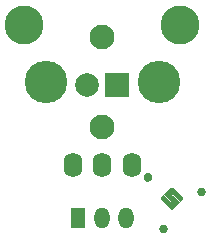
<source format=gbs>
%TF.GenerationSoftware,KiCad,Pcbnew,4.0.7*%
%TF.CreationDate,2018-07-15T20:06:58+02:00*%
%TF.ProjectId,BasicModule,42617369634D6F64756C652E6B696361,rev?*%
%TF.FileFunction,Soldermask,Bot*%
%FSLAX46Y46*%
G04 Gerber Fmt 4.6, Leading zero omitted, Abs format (unit mm)*
G04 Created by KiCad (PCBNEW 4.0.7) date 07/15/18 20:06:58*
%MOMM*%
%LPD*%
G01*
G04 APERTURE LIST*
%ADD10C,0.100000*%
%ADD11C,0.010000*%
%ADD12R,1.300000X1.800000*%
%ADD13O,1.300000X1.800000*%
%ADD14C,2.100000*%
%ADD15O,1.600000X2.100000*%
%ADD16C,3.600000*%
%ADD17R,2.000000X2.100000*%
%ADD18C,2.000000*%
%ADD19C,3.300000*%
G04 APERTURE END LIST*
D10*
D11*
G36*
X12903698Y-15468896D02*
X12906690Y-15468193D01*
X12965991Y-15447555D01*
X13020035Y-15416226D01*
X13067419Y-15375615D01*
X13106743Y-15327133D01*
X13136606Y-15272188D01*
X13153989Y-15219428D01*
X13163090Y-15155082D01*
X13159748Y-15092847D01*
X13144128Y-15033284D01*
X13116391Y-14976952D01*
X13076701Y-14924411D01*
X13064396Y-14911392D01*
X13020298Y-14872584D01*
X12973986Y-14844379D01*
X12921781Y-14824765D01*
X12893118Y-14817720D01*
X12852462Y-14810853D01*
X12817091Y-14809466D01*
X12780833Y-14813560D01*
X12760325Y-14817688D01*
X12697576Y-14837852D01*
X12641424Y-14868523D01*
X12592766Y-14908858D01*
X12552502Y-14958013D01*
X12521529Y-15015146D01*
X12507025Y-15055416D01*
X12497873Y-15104781D01*
X12497084Y-15159220D01*
X12504219Y-15214650D01*
X12518836Y-15266992D01*
X12533412Y-15299850D01*
X12550129Y-15325370D01*
X12573954Y-15354222D01*
X12601846Y-15383355D01*
X12630765Y-15409714D01*
X12657669Y-15430247D01*
X12671425Y-15438422D01*
X12726923Y-15460374D01*
X12786545Y-15473075D01*
X12846675Y-15476068D01*
X12903698Y-15468896D01*
X12903698Y-15468896D01*
G37*
X12903698Y-15468896D02*
X12906690Y-15468193D01*
X12965991Y-15447555D01*
X13020035Y-15416226D01*
X13067419Y-15375615D01*
X13106743Y-15327133D01*
X13136606Y-15272188D01*
X13153989Y-15219428D01*
X13163090Y-15155082D01*
X13159748Y-15092847D01*
X13144128Y-15033284D01*
X13116391Y-14976952D01*
X13076701Y-14924411D01*
X13064396Y-14911392D01*
X13020298Y-14872584D01*
X12973986Y-14844379D01*
X12921781Y-14824765D01*
X12893118Y-14817720D01*
X12852462Y-14810853D01*
X12817091Y-14809466D01*
X12780833Y-14813560D01*
X12760325Y-14817688D01*
X12697576Y-14837852D01*
X12641424Y-14868523D01*
X12592766Y-14908858D01*
X12552502Y-14958013D01*
X12521529Y-15015146D01*
X12507025Y-15055416D01*
X12497873Y-15104781D01*
X12497084Y-15159220D01*
X12504219Y-15214650D01*
X12518836Y-15266992D01*
X12533412Y-15299850D01*
X12550129Y-15325370D01*
X12573954Y-15354222D01*
X12601846Y-15383355D01*
X12630765Y-15409714D01*
X12657669Y-15430247D01*
X12671425Y-15438422D01*
X12726923Y-15460374D01*
X12786545Y-15473075D01*
X12846675Y-15476068D01*
X12903698Y-15468896D01*
G36*
X14876346Y-17838708D02*
X14899656Y-17835454D01*
X14924321Y-17827858D01*
X14930421Y-17825160D01*
X14941558Y-17817466D01*
X14960645Y-17801314D01*
X14987802Y-17776591D01*
X15023148Y-17743182D01*
X15066803Y-17700973D01*
X15118887Y-17649851D01*
X15179520Y-17589700D01*
X15220921Y-17548361D01*
X15484418Y-17284699D01*
X15208465Y-17008691D01*
X15151521Y-16951779D01*
X15102831Y-16903240D01*
X15061701Y-16862431D01*
X15027442Y-16828709D01*
X14999360Y-16801431D01*
X14976764Y-16779954D01*
X14958964Y-16763636D01*
X14945266Y-16751834D01*
X14934980Y-16743904D01*
X14927414Y-16739203D01*
X14921876Y-16737090D01*
X14917674Y-16736920D01*
X14916393Y-16737201D01*
X14882015Y-16741714D01*
X14843860Y-16738566D01*
X14807749Y-16728412D01*
X14797729Y-16723868D01*
X14761703Y-16699007D01*
X14734276Y-16666543D01*
X14716179Y-16628673D01*
X14708139Y-16587598D01*
X14710888Y-16545514D01*
X14725033Y-16504858D01*
X14743490Y-16478101D01*
X14769247Y-16452788D01*
X14798140Y-16432444D01*
X14823903Y-16421148D01*
X14868457Y-16414523D01*
X14910816Y-16419126D01*
X14949366Y-16433781D01*
X14982491Y-16457312D01*
X15008576Y-16488545D01*
X15026006Y-16526304D01*
X15033166Y-16569413D01*
X15033251Y-16573500D01*
X15032740Y-16597103D01*
X15031035Y-16617042D01*
X15028913Y-16627554D01*
X15029069Y-16631370D01*
X15032064Y-16637493D01*
X15038505Y-16646570D01*
X15049001Y-16659246D01*
X15064159Y-16676170D01*
X15084586Y-16697987D01*
X15110889Y-16725343D01*
X15143677Y-16758886D01*
X15183557Y-16799262D01*
X15231137Y-16847117D01*
X15287023Y-16903099D01*
X15300337Y-16916413D01*
X15576473Y-17192494D01*
X15649975Y-17119535D01*
X15685254Y-17083799D01*
X15712018Y-17054680D01*
X15731358Y-17030493D01*
X15744369Y-17009552D01*
X15752143Y-16990171D01*
X15755772Y-16970663D01*
X15756433Y-16955312D01*
X15753847Y-16926099D01*
X15747006Y-16901218D01*
X15745240Y-16897350D01*
X15738912Y-16889176D01*
X15724335Y-16872899D01*
X15702312Y-16849325D01*
X15673645Y-16819258D01*
X15639137Y-16783506D01*
X15599592Y-16742872D01*
X15555813Y-16698162D01*
X15508601Y-16650182D01*
X15458761Y-16599736D01*
X15407095Y-16547630D01*
X15354406Y-16494670D01*
X15301496Y-16441660D01*
X15249170Y-16389407D01*
X15198229Y-16338714D01*
X15149477Y-16290389D01*
X15103716Y-16245235D01*
X15061750Y-16204058D01*
X15024382Y-16167664D01*
X14992413Y-16136858D01*
X14966648Y-16112445D01*
X14947889Y-16095231D01*
X14936939Y-16086020D01*
X14935200Y-16084886D01*
X14903412Y-16073302D01*
X14869361Y-16068797D01*
X14842224Y-16071421D01*
X14823006Y-16078303D01*
X14802783Y-16088550D01*
X14800949Y-16089672D01*
X14792617Y-16096548D01*
X14776214Y-16111591D01*
X14752613Y-16133954D01*
X14722686Y-16162786D01*
X14687305Y-16197239D01*
X14647345Y-16236463D01*
X14603677Y-16279611D01*
X14557173Y-16325833D01*
X14519294Y-16363675D01*
X14258963Y-16624320D01*
X14811375Y-17176066D01*
X14841406Y-17169018D01*
X14882052Y-17165728D01*
X14922327Y-17174033D01*
X14960116Y-17192951D01*
X14993303Y-17221497D01*
X15014438Y-17249497D01*
X15024627Y-17267527D01*
X15030407Y-17283529D01*
X15032962Y-17302427D01*
X15033477Y-17328653D01*
X15030258Y-17369218D01*
X15019864Y-17402149D01*
X15000775Y-17431182D01*
X14984968Y-17447854D01*
X14949243Y-17474035D01*
X14909917Y-17489162D01*
X14868982Y-17493583D01*
X14828428Y-17487645D01*
X14790248Y-17471698D01*
X14756431Y-17446090D01*
X14728969Y-17411169D01*
X14723928Y-17402175D01*
X14715354Y-17377284D01*
X14710574Y-17345713D01*
X14710043Y-17313037D01*
X14714216Y-17284831D01*
X14714321Y-17284457D01*
X14714689Y-17280563D01*
X14713344Y-17275583D01*
X14709645Y-17268824D01*
X14702947Y-17259594D01*
X14692608Y-17247201D01*
X14677984Y-17230954D01*
X14658433Y-17210161D01*
X14633311Y-17184130D01*
X14601976Y-17152169D01*
X14563785Y-17113586D01*
X14518094Y-17067690D01*
X14464261Y-17013788D01*
X14442894Y-16992420D01*
X14166921Y-16716502D01*
X14090523Y-16792639D01*
X14061980Y-16821955D01*
X14036901Y-16849381D01*
X14016989Y-16872955D01*
X14003946Y-16890709D01*
X14000854Y-16896106D01*
X13989476Y-16933346D01*
X13989076Y-16972817D01*
X13999655Y-17010363D01*
X14000847Y-17012895D01*
X14006933Y-17021743D01*
X14019825Y-17037054D01*
X14039778Y-17059091D01*
X14067043Y-17088115D01*
X14101876Y-17124388D01*
X14144529Y-17168172D01*
X14195256Y-17219728D01*
X14254311Y-17279318D01*
X14321947Y-17347204D01*
X14398418Y-17423649D01*
X14406392Y-17431606D01*
X14476213Y-17501270D01*
X14537650Y-17562520D01*
X14591326Y-17615897D01*
X14637864Y-17661940D01*
X14677887Y-17701188D01*
X14712018Y-17734183D01*
X14740881Y-17761462D01*
X14765098Y-17783567D01*
X14785292Y-17801037D01*
X14802087Y-17814411D01*
X14816105Y-17824230D01*
X14827971Y-17831033D01*
X14838306Y-17835360D01*
X14847733Y-17837750D01*
X14856877Y-17838744D01*
X14866360Y-17838881D01*
X14876346Y-17838708D01*
X14876346Y-17838708D01*
G37*
X14876346Y-17838708D02*
X14899656Y-17835454D01*
X14924321Y-17827858D01*
X14930421Y-17825160D01*
X14941558Y-17817466D01*
X14960645Y-17801314D01*
X14987802Y-17776591D01*
X15023148Y-17743182D01*
X15066803Y-17700973D01*
X15118887Y-17649851D01*
X15179520Y-17589700D01*
X15220921Y-17548361D01*
X15484418Y-17284699D01*
X15208465Y-17008691D01*
X15151521Y-16951779D01*
X15102831Y-16903240D01*
X15061701Y-16862431D01*
X15027442Y-16828709D01*
X14999360Y-16801431D01*
X14976764Y-16779954D01*
X14958964Y-16763636D01*
X14945266Y-16751834D01*
X14934980Y-16743904D01*
X14927414Y-16739203D01*
X14921876Y-16737090D01*
X14917674Y-16736920D01*
X14916393Y-16737201D01*
X14882015Y-16741714D01*
X14843860Y-16738566D01*
X14807749Y-16728412D01*
X14797729Y-16723868D01*
X14761703Y-16699007D01*
X14734276Y-16666543D01*
X14716179Y-16628673D01*
X14708139Y-16587598D01*
X14710888Y-16545514D01*
X14725033Y-16504858D01*
X14743490Y-16478101D01*
X14769247Y-16452788D01*
X14798140Y-16432444D01*
X14823903Y-16421148D01*
X14868457Y-16414523D01*
X14910816Y-16419126D01*
X14949366Y-16433781D01*
X14982491Y-16457312D01*
X15008576Y-16488545D01*
X15026006Y-16526304D01*
X15033166Y-16569413D01*
X15033251Y-16573500D01*
X15032740Y-16597103D01*
X15031035Y-16617042D01*
X15028913Y-16627554D01*
X15029069Y-16631370D01*
X15032064Y-16637493D01*
X15038505Y-16646570D01*
X15049001Y-16659246D01*
X15064159Y-16676170D01*
X15084586Y-16697987D01*
X15110889Y-16725343D01*
X15143677Y-16758886D01*
X15183557Y-16799262D01*
X15231137Y-16847117D01*
X15287023Y-16903099D01*
X15300337Y-16916413D01*
X15576473Y-17192494D01*
X15649975Y-17119535D01*
X15685254Y-17083799D01*
X15712018Y-17054680D01*
X15731358Y-17030493D01*
X15744369Y-17009552D01*
X15752143Y-16990171D01*
X15755772Y-16970663D01*
X15756433Y-16955312D01*
X15753847Y-16926099D01*
X15747006Y-16901218D01*
X15745240Y-16897350D01*
X15738912Y-16889176D01*
X15724335Y-16872899D01*
X15702312Y-16849325D01*
X15673645Y-16819258D01*
X15639137Y-16783506D01*
X15599592Y-16742872D01*
X15555813Y-16698162D01*
X15508601Y-16650182D01*
X15458761Y-16599736D01*
X15407095Y-16547630D01*
X15354406Y-16494670D01*
X15301496Y-16441660D01*
X15249170Y-16389407D01*
X15198229Y-16338714D01*
X15149477Y-16290389D01*
X15103716Y-16245235D01*
X15061750Y-16204058D01*
X15024382Y-16167664D01*
X14992413Y-16136858D01*
X14966648Y-16112445D01*
X14947889Y-16095231D01*
X14936939Y-16086020D01*
X14935200Y-16084886D01*
X14903412Y-16073302D01*
X14869361Y-16068797D01*
X14842224Y-16071421D01*
X14823006Y-16078303D01*
X14802783Y-16088550D01*
X14800949Y-16089672D01*
X14792617Y-16096548D01*
X14776214Y-16111591D01*
X14752613Y-16133954D01*
X14722686Y-16162786D01*
X14687305Y-16197239D01*
X14647345Y-16236463D01*
X14603677Y-16279611D01*
X14557173Y-16325833D01*
X14519294Y-16363675D01*
X14258963Y-16624320D01*
X14811375Y-17176066D01*
X14841406Y-17169018D01*
X14882052Y-17165728D01*
X14922327Y-17174033D01*
X14960116Y-17192951D01*
X14993303Y-17221497D01*
X15014438Y-17249497D01*
X15024627Y-17267527D01*
X15030407Y-17283529D01*
X15032962Y-17302427D01*
X15033477Y-17328653D01*
X15030258Y-17369218D01*
X15019864Y-17402149D01*
X15000775Y-17431182D01*
X14984968Y-17447854D01*
X14949243Y-17474035D01*
X14909917Y-17489162D01*
X14868982Y-17493583D01*
X14828428Y-17487645D01*
X14790248Y-17471698D01*
X14756431Y-17446090D01*
X14728969Y-17411169D01*
X14723928Y-17402175D01*
X14715354Y-17377284D01*
X14710574Y-17345713D01*
X14710043Y-17313037D01*
X14714216Y-17284831D01*
X14714321Y-17284457D01*
X14714689Y-17280563D01*
X14713344Y-17275583D01*
X14709645Y-17268824D01*
X14702947Y-17259594D01*
X14692608Y-17247201D01*
X14677984Y-17230954D01*
X14658433Y-17210161D01*
X14633311Y-17184130D01*
X14601976Y-17152169D01*
X14563785Y-17113586D01*
X14518094Y-17067690D01*
X14464261Y-17013788D01*
X14442894Y-16992420D01*
X14166921Y-16716502D01*
X14090523Y-16792639D01*
X14061980Y-16821955D01*
X14036901Y-16849381D01*
X14016989Y-16872955D01*
X14003946Y-16890709D01*
X14000854Y-16896106D01*
X13989476Y-16933346D01*
X13989076Y-16972817D01*
X13999655Y-17010363D01*
X14000847Y-17012895D01*
X14006933Y-17021743D01*
X14019825Y-17037054D01*
X14039778Y-17059091D01*
X14067043Y-17088115D01*
X14101876Y-17124388D01*
X14144529Y-17168172D01*
X14195256Y-17219728D01*
X14254311Y-17279318D01*
X14321947Y-17347204D01*
X14398418Y-17423649D01*
X14406392Y-17431606D01*
X14476213Y-17501270D01*
X14537650Y-17562520D01*
X14591326Y-17615897D01*
X14637864Y-17661940D01*
X14677887Y-17701188D01*
X14712018Y-17734183D01*
X14740881Y-17761462D01*
X14765098Y-17783567D01*
X14785292Y-17801037D01*
X14802087Y-17814411D01*
X14816105Y-17824230D01*
X14827971Y-17831033D01*
X14838306Y-17835360D01*
X14847733Y-17837750D01*
X14856877Y-17838744D01*
X14866360Y-17838881D01*
X14876346Y-17838708D01*
G36*
X17394662Y-16683746D02*
X17452116Y-16670224D01*
X17506392Y-16645216D01*
X17556111Y-16608959D01*
X17574801Y-16590959D01*
X17613754Y-16543073D01*
X17640710Y-16492415D01*
X17656320Y-16437367D01*
X17661233Y-16376313D01*
X17661232Y-16376044D01*
X17654881Y-16317239D01*
X17637113Y-16260907D01*
X17609140Y-16208805D01*
X17572173Y-16162690D01*
X17527423Y-16124319D01*
X17476102Y-16095450D01*
X17464558Y-16090742D01*
X17429212Y-16081062D01*
X17386838Y-16075236D01*
X17342376Y-16073502D01*
X17300766Y-16076096D01*
X17272664Y-16081502D01*
X17214800Y-16104122D01*
X17163407Y-16137222D01*
X17119592Y-16179772D01*
X17084460Y-16230739D01*
X17063561Y-16276315D01*
X17048786Y-16333696D01*
X17045849Y-16391728D01*
X17054094Y-16448798D01*
X17072861Y-16503291D01*
X17101495Y-16553593D01*
X17139337Y-16598091D01*
X17185730Y-16635169D01*
X17217015Y-16652995D01*
X17275733Y-16675370D01*
X17335408Y-16685540D01*
X17394662Y-16683746D01*
X17394662Y-16683746D01*
G37*
X17394662Y-16683746D02*
X17452116Y-16670224D01*
X17506392Y-16645216D01*
X17556111Y-16608959D01*
X17574801Y-16590959D01*
X17613754Y-16543073D01*
X17640710Y-16492415D01*
X17656320Y-16437367D01*
X17661233Y-16376313D01*
X17661232Y-16376044D01*
X17654881Y-16317239D01*
X17637113Y-16260907D01*
X17609140Y-16208805D01*
X17572173Y-16162690D01*
X17527423Y-16124319D01*
X17476102Y-16095450D01*
X17464558Y-16090742D01*
X17429212Y-16081062D01*
X17386838Y-16075236D01*
X17342376Y-16073502D01*
X17300766Y-16076096D01*
X17272664Y-16081502D01*
X17214800Y-16104122D01*
X17163407Y-16137222D01*
X17119592Y-16179772D01*
X17084460Y-16230739D01*
X17063561Y-16276315D01*
X17048786Y-16333696D01*
X17045849Y-16391728D01*
X17054094Y-16448798D01*
X17072861Y-16503291D01*
X17101495Y-16553593D01*
X17139337Y-16598091D01*
X17185730Y-16635169D01*
X17217015Y-16652995D01*
X17275733Y-16675370D01*
X17335408Y-16685540D01*
X17394662Y-16683746D01*
G36*
X14897085Y-16637962D02*
X14919340Y-16623732D01*
X14934623Y-16603564D01*
X14938268Y-16593037D01*
X14937890Y-16568617D01*
X14928346Y-16544237D01*
X14912001Y-16524983D01*
X14904265Y-16519947D01*
X14878018Y-16511013D01*
X14853563Y-16513643D01*
X14836017Y-16522126D01*
X14816359Y-16540279D01*
X14806586Y-16562621D01*
X14805906Y-16586464D01*
X14813527Y-16609120D01*
X14828658Y-16627898D01*
X14850508Y-16640112D01*
X14871700Y-16643350D01*
X14897085Y-16637962D01*
X14897085Y-16637962D01*
G37*
X14897085Y-16637962D02*
X14919340Y-16623732D01*
X14934623Y-16603564D01*
X14938268Y-16593037D01*
X14937890Y-16568617D01*
X14928346Y-16544237D01*
X14912001Y-16524983D01*
X14904265Y-16519947D01*
X14878018Y-16511013D01*
X14853563Y-16513643D01*
X14836017Y-16522126D01*
X14816359Y-16540279D01*
X14806586Y-16562621D01*
X14805906Y-16586464D01*
X14813527Y-16609120D01*
X14828658Y-16627898D01*
X14850508Y-16640112D01*
X14871700Y-16643350D01*
X14897085Y-16637962D01*
G36*
X14887330Y-17396021D02*
X14900846Y-17390482D01*
X14921208Y-17374602D01*
X14934872Y-17351817D01*
X14939577Y-17326566D01*
X14938426Y-17316685D01*
X14927358Y-17293542D01*
X14907499Y-17275477D01*
X14882448Y-17264770D01*
X14855801Y-17263707D01*
X14855112Y-17263830D01*
X14842219Y-17269884D01*
X14827038Y-17281800D01*
X14823506Y-17285294D01*
X14808612Y-17308763D01*
X14804676Y-17334153D01*
X14810912Y-17358559D01*
X14826531Y-17379076D01*
X14850746Y-17392797D01*
X14852844Y-17393459D01*
X14872057Y-17397725D01*
X14887330Y-17396021D01*
X14887330Y-17396021D01*
G37*
X14887330Y-17396021D02*
X14900846Y-17390482D01*
X14921208Y-17374602D01*
X14934872Y-17351817D01*
X14939577Y-17326566D01*
X14938426Y-17316685D01*
X14927358Y-17293542D01*
X14907499Y-17275477D01*
X14882448Y-17264770D01*
X14855801Y-17263707D01*
X14855112Y-17263830D01*
X14842219Y-17269884D01*
X14827038Y-17281800D01*
X14823506Y-17285294D01*
X14808612Y-17308763D01*
X14804676Y-17334153D01*
X14810912Y-17358559D01*
X14826531Y-17379076D01*
X14850746Y-17392797D01*
X14852844Y-17393459D01*
X14872057Y-17397725D01*
X14887330Y-17396021D01*
G36*
X14166399Y-19842265D02*
X14223101Y-19831238D01*
X14276387Y-19810039D01*
X14324828Y-19779502D01*
X14366997Y-19740460D01*
X14401466Y-19693745D01*
X14426807Y-19640192D01*
X14437388Y-19603560D01*
X14444528Y-19543945D01*
X14440026Y-19485230D01*
X14424743Y-19428981D01*
X14399540Y-19376769D01*
X14365278Y-19330159D01*
X14322817Y-19290719D01*
X14273019Y-19260018D01*
X14241634Y-19247013D01*
X14199109Y-19236278D01*
X14151805Y-19230876D01*
X14104999Y-19231095D01*
X14063973Y-19237226D01*
X14063806Y-19237268D01*
X14012605Y-19254887D01*
X13966989Y-19281088D01*
X13923685Y-19317796D01*
X13919123Y-19322355D01*
X13881474Y-19366265D01*
X13854974Y-19411455D01*
X13838553Y-19460561D01*
X13831138Y-19516223D01*
X13830455Y-19540738D01*
X13835225Y-19598193D01*
X13850423Y-19650478D01*
X13876804Y-19699439D01*
X13914948Y-19746733D01*
X13956305Y-19784489D01*
X14000859Y-19811995D01*
X14048456Y-19830475D01*
X14107708Y-19842289D01*
X14166399Y-19842265D01*
X14166399Y-19842265D01*
G37*
X14166399Y-19842265D02*
X14223101Y-19831238D01*
X14276387Y-19810039D01*
X14324828Y-19779502D01*
X14366997Y-19740460D01*
X14401466Y-19693745D01*
X14426807Y-19640192D01*
X14437388Y-19603560D01*
X14444528Y-19543945D01*
X14440026Y-19485230D01*
X14424743Y-19428981D01*
X14399540Y-19376769D01*
X14365278Y-19330159D01*
X14322817Y-19290719D01*
X14273019Y-19260018D01*
X14241634Y-19247013D01*
X14199109Y-19236278D01*
X14151805Y-19230876D01*
X14104999Y-19231095D01*
X14063973Y-19237226D01*
X14063806Y-19237268D01*
X14012605Y-19254887D01*
X13966989Y-19281088D01*
X13923685Y-19317796D01*
X13919123Y-19322355D01*
X13881474Y-19366265D01*
X13854974Y-19411455D01*
X13838553Y-19460561D01*
X13831138Y-19516223D01*
X13830455Y-19540738D01*
X13835225Y-19598193D01*
X13850423Y-19650478D01*
X13876804Y-19699439D01*
X13914948Y-19746733D01*
X13956305Y-19784489D01*
X14000859Y-19811995D01*
X14048456Y-19830475D01*
X14107708Y-19842289D01*
X14166399Y-19842265D01*
D12*
X6985000Y-18669000D03*
D13*
X8985000Y-18669000D03*
X10985000Y-18669000D03*
D14*
X9017000Y-10911840D03*
X9017000Y-3312160D03*
D15*
X6517000Y-14112000D03*
X9017000Y-14112000D03*
X11517000Y-14112000D03*
D16*
X4217000Y-7112000D03*
X13817000Y-7112000D03*
D17*
X10287000Y-7366000D03*
D18*
X7747000Y-7366000D03*
D19*
X2413000Y-2286000D03*
X15621000Y-2286000D03*
M02*

</source>
